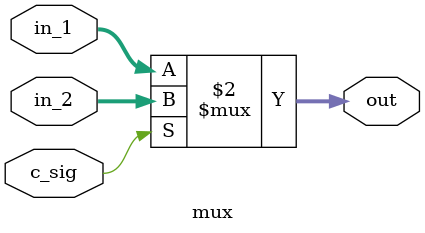
<source format=v>
`timescale 1ns / 1ps

module mux(in_1,in_2,c_sig,out);
input [31:0] in_1;
input [31:0] in_2;
input c_sig;
output reg [31:0] out;

always @(c_sig) begin
      out = c_sig ? in_2 : in_1;
end

endmodule

</source>
